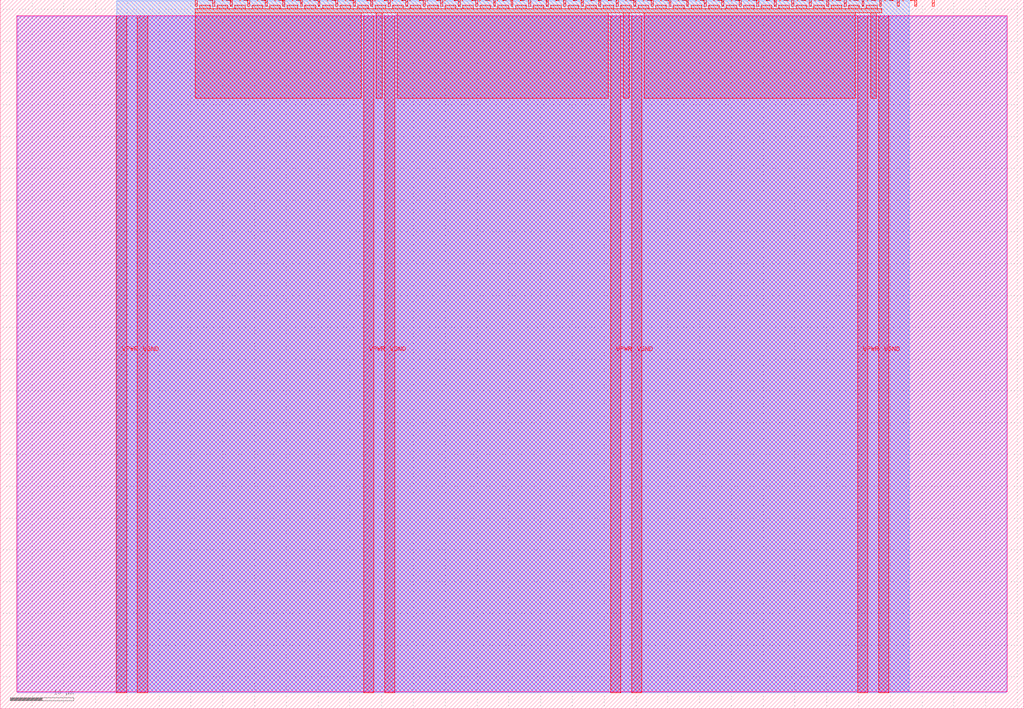
<source format=lef>
VERSION 5.7 ;
  NOWIREEXTENSIONATPIN ON ;
  DIVIDERCHAR "/" ;
  BUSBITCHARS "[]" ;
MACRO tt_um_wokwi_413917903548951553
  CLASS BLOCK ;
  FOREIGN tt_um_wokwi_413917903548951553 ;
  ORIGIN 0.000 0.000 ;
  SIZE 161.000 BY 111.520 ;
  PIN VGND
    DIRECTION INOUT ;
    USE GROUND ;
    PORT
      LAYER met4 ;
        RECT 21.580 2.480 23.180 109.040 ;
    END
    PORT
      LAYER met4 ;
        RECT 60.450 2.480 62.050 109.040 ;
    END
    PORT
      LAYER met4 ;
        RECT 99.320 2.480 100.920 109.040 ;
    END
    PORT
      LAYER met4 ;
        RECT 138.190 2.480 139.790 109.040 ;
    END
  END VGND
  PIN VPWR
    DIRECTION INOUT ;
    USE POWER ;
    PORT
      LAYER met4 ;
        RECT 18.280 2.480 19.880 109.040 ;
    END
    PORT
      LAYER met4 ;
        RECT 57.150 2.480 58.750 109.040 ;
    END
    PORT
      LAYER met4 ;
        RECT 96.020 2.480 97.620 109.040 ;
    END
    PORT
      LAYER met4 ;
        RECT 134.890 2.480 136.490 109.040 ;
    END
  END VPWR
  PIN clk
    DIRECTION INPUT ;
    USE SIGNAL ;
    PORT
      LAYER met4 ;
        RECT 143.830 110.520 144.130 111.520 ;
    END
  END clk
  PIN ena
    DIRECTION INPUT ;
    USE SIGNAL ;
    PORT
      LAYER met4 ;
        RECT 146.590 110.520 146.890 111.520 ;
    END
  END ena
  PIN rst_n
    DIRECTION INPUT ;
    USE SIGNAL ;
    PORT
      LAYER met4 ;
        RECT 141.070 110.520 141.370 111.520 ;
    END
  END rst_n
  PIN ui_in[0]
    DIRECTION INPUT ;
    USE SIGNAL ;
    ANTENNAGATEAREA 0.196500 ;
    PORT
      LAYER met4 ;
        RECT 138.310 110.520 138.610 111.520 ;
    END
  END ui_in[0]
  PIN ui_in[1]
    DIRECTION INPUT ;
    USE SIGNAL ;
    ANTENNAGATEAREA 0.196500 ;
    PORT
      LAYER met4 ;
        RECT 135.550 110.520 135.850 111.520 ;
    END
  END ui_in[1]
  PIN ui_in[2]
    DIRECTION INPUT ;
    USE SIGNAL ;
    ANTENNAGATEAREA 0.196500 ;
    PORT
      LAYER met4 ;
        RECT 132.790 110.520 133.090 111.520 ;
    END
  END ui_in[2]
  PIN ui_in[3]
    DIRECTION INPUT ;
    USE SIGNAL ;
    PORT
      LAYER met4 ;
        RECT 130.030 110.520 130.330 111.520 ;
    END
  END ui_in[3]
  PIN ui_in[4]
    DIRECTION INPUT ;
    USE SIGNAL ;
    PORT
      LAYER met4 ;
        RECT 127.270 110.520 127.570 111.520 ;
    END
  END ui_in[4]
  PIN ui_in[5]
    DIRECTION INPUT ;
    USE SIGNAL ;
    PORT
      LAYER met4 ;
        RECT 124.510 110.520 124.810 111.520 ;
    END
  END ui_in[5]
  PIN ui_in[6]
    DIRECTION INPUT ;
    USE SIGNAL ;
    PORT
      LAYER met4 ;
        RECT 121.750 110.520 122.050 111.520 ;
    END
  END ui_in[6]
  PIN ui_in[7]
    DIRECTION INPUT ;
    USE SIGNAL ;
    PORT
      LAYER met4 ;
        RECT 118.990 110.520 119.290 111.520 ;
    END
  END ui_in[7]
  PIN uio_in[0]
    DIRECTION INPUT ;
    USE SIGNAL ;
    PORT
      LAYER met4 ;
        RECT 116.230 110.520 116.530 111.520 ;
    END
  END uio_in[0]
  PIN uio_in[1]
    DIRECTION INPUT ;
    USE SIGNAL ;
    PORT
      LAYER met4 ;
        RECT 113.470 110.520 113.770 111.520 ;
    END
  END uio_in[1]
  PIN uio_in[2]
    DIRECTION INPUT ;
    USE SIGNAL ;
    PORT
      LAYER met4 ;
        RECT 110.710 110.520 111.010 111.520 ;
    END
  END uio_in[2]
  PIN uio_in[3]
    DIRECTION INPUT ;
    USE SIGNAL ;
    PORT
      LAYER met4 ;
        RECT 107.950 110.520 108.250 111.520 ;
    END
  END uio_in[3]
  PIN uio_in[4]
    DIRECTION INPUT ;
    USE SIGNAL ;
    PORT
      LAYER met4 ;
        RECT 105.190 110.520 105.490 111.520 ;
    END
  END uio_in[4]
  PIN uio_in[5]
    DIRECTION INPUT ;
    USE SIGNAL ;
    PORT
      LAYER met4 ;
        RECT 102.430 110.520 102.730 111.520 ;
    END
  END uio_in[5]
  PIN uio_in[6]
    DIRECTION INPUT ;
    USE SIGNAL ;
    PORT
      LAYER met4 ;
        RECT 99.670 110.520 99.970 111.520 ;
    END
  END uio_in[6]
  PIN uio_in[7]
    DIRECTION INPUT ;
    USE SIGNAL ;
    PORT
      LAYER met4 ;
        RECT 96.910 110.520 97.210 111.520 ;
    END
  END uio_in[7]
  PIN uio_oe[0]
    DIRECTION OUTPUT ;
    USE SIGNAL ;
    PORT
      LAYER met4 ;
        RECT 49.990 110.520 50.290 111.520 ;
    END
  END uio_oe[0]
  PIN uio_oe[1]
    DIRECTION OUTPUT ;
    USE SIGNAL ;
    PORT
      LAYER met4 ;
        RECT 47.230 110.520 47.530 111.520 ;
    END
  END uio_oe[1]
  PIN uio_oe[2]
    DIRECTION OUTPUT ;
    USE SIGNAL ;
    PORT
      LAYER met4 ;
        RECT 44.470 110.520 44.770 111.520 ;
    END
  END uio_oe[2]
  PIN uio_oe[3]
    DIRECTION OUTPUT ;
    USE SIGNAL ;
    PORT
      LAYER met4 ;
        RECT 41.710 110.520 42.010 111.520 ;
    END
  END uio_oe[3]
  PIN uio_oe[4]
    DIRECTION OUTPUT ;
    USE SIGNAL ;
    PORT
      LAYER met4 ;
        RECT 38.950 110.520 39.250 111.520 ;
    END
  END uio_oe[4]
  PIN uio_oe[5]
    DIRECTION OUTPUT ;
    USE SIGNAL ;
    PORT
      LAYER met4 ;
        RECT 36.190 110.520 36.490 111.520 ;
    END
  END uio_oe[5]
  PIN uio_oe[6]
    DIRECTION OUTPUT ;
    USE SIGNAL ;
    PORT
      LAYER met4 ;
        RECT 33.430 110.520 33.730 111.520 ;
    END
  END uio_oe[6]
  PIN uio_oe[7]
    DIRECTION OUTPUT ;
    USE SIGNAL ;
    PORT
      LAYER met4 ;
        RECT 30.670 110.520 30.970 111.520 ;
    END
  END uio_oe[7]
  PIN uio_out[0]
    DIRECTION OUTPUT ;
    USE SIGNAL ;
    PORT
      LAYER met4 ;
        RECT 72.070 110.520 72.370 111.520 ;
    END
  END uio_out[0]
  PIN uio_out[1]
    DIRECTION OUTPUT ;
    USE SIGNAL ;
    PORT
      LAYER met4 ;
        RECT 69.310 110.520 69.610 111.520 ;
    END
  END uio_out[1]
  PIN uio_out[2]
    DIRECTION OUTPUT ;
    USE SIGNAL ;
    PORT
      LAYER met4 ;
        RECT 66.550 110.520 66.850 111.520 ;
    END
  END uio_out[2]
  PIN uio_out[3]
    DIRECTION OUTPUT ;
    USE SIGNAL ;
    PORT
      LAYER met4 ;
        RECT 63.790 110.520 64.090 111.520 ;
    END
  END uio_out[3]
  PIN uio_out[4]
    DIRECTION OUTPUT ;
    USE SIGNAL ;
    PORT
      LAYER met4 ;
        RECT 61.030 110.520 61.330 111.520 ;
    END
  END uio_out[4]
  PIN uio_out[5]
    DIRECTION OUTPUT ;
    USE SIGNAL ;
    PORT
      LAYER met4 ;
        RECT 58.270 110.520 58.570 111.520 ;
    END
  END uio_out[5]
  PIN uio_out[6]
    DIRECTION OUTPUT ;
    USE SIGNAL ;
    PORT
      LAYER met4 ;
        RECT 55.510 110.520 55.810 111.520 ;
    END
  END uio_out[6]
  PIN uio_out[7]
    DIRECTION OUTPUT ;
    USE SIGNAL ;
    PORT
      LAYER met4 ;
        RECT 52.750 110.520 53.050 111.520 ;
    END
  END uio_out[7]
  PIN uo_out[0]
    DIRECTION OUTPUT ;
    USE SIGNAL ;
    ANTENNADIFFAREA 0.795200 ;
    PORT
      LAYER met4 ;
        RECT 94.150 110.520 94.450 111.520 ;
    END
  END uo_out[0]
  PIN uo_out[1]
    DIRECTION OUTPUT ;
    USE SIGNAL ;
    ANTENNADIFFAREA 0.795200 ;
    PORT
      LAYER met4 ;
        RECT 91.390 110.520 91.690 111.520 ;
    END
  END uo_out[1]
  PIN uo_out[2]
    DIRECTION OUTPUT ;
    USE SIGNAL ;
    PORT
      LAYER met4 ;
        RECT 88.630 110.520 88.930 111.520 ;
    END
  END uo_out[2]
  PIN uo_out[3]
    DIRECTION OUTPUT ;
    USE SIGNAL ;
    PORT
      LAYER met4 ;
        RECT 85.870 110.520 86.170 111.520 ;
    END
  END uo_out[3]
  PIN uo_out[4]
    DIRECTION OUTPUT ;
    USE SIGNAL ;
    PORT
      LAYER met4 ;
        RECT 83.110 110.520 83.410 111.520 ;
    END
  END uo_out[4]
  PIN uo_out[5]
    DIRECTION OUTPUT ;
    USE SIGNAL ;
    PORT
      LAYER met4 ;
        RECT 80.350 110.520 80.650 111.520 ;
    END
  END uo_out[5]
  PIN uo_out[6]
    DIRECTION OUTPUT ;
    USE SIGNAL ;
    PORT
      LAYER met4 ;
        RECT 77.590 110.520 77.890 111.520 ;
    END
  END uo_out[6]
  PIN uo_out[7]
    DIRECTION OUTPUT ;
    USE SIGNAL ;
    PORT
      LAYER met4 ;
        RECT 74.830 110.520 75.130 111.520 ;
    END
  END uo_out[7]
  OBS
      LAYER nwell ;
        RECT 2.570 2.635 158.430 108.990 ;
      LAYER li1 ;
        RECT 2.760 2.635 158.240 108.885 ;
      LAYER met1 ;
        RECT 2.760 2.480 158.240 109.040 ;
      LAYER met2 ;
        RECT 18.310 2.535 142.970 111.365 ;
      LAYER met3 ;
        RECT 18.290 2.555 142.995 111.345 ;
      LAYER met4 ;
        RECT 31.370 110.120 33.030 110.665 ;
        RECT 34.130 110.120 35.790 110.665 ;
        RECT 36.890 110.120 38.550 110.665 ;
        RECT 39.650 110.120 41.310 110.665 ;
        RECT 42.410 110.120 44.070 110.665 ;
        RECT 45.170 110.120 46.830 110.665 ;
        RECT 47.930 110.120 49.590 110.665 ;
        RECT 50.690 110.120 52.350 110.665 ;
        RECT 53.450 110.120 55.110 110.665 ;
        RECT 56.210 110.120 57.870 110.665 ;
        RECT 58.970 110.120 60.630 110.665 ;
        RECT 61.730 110.120 63.390 110.665 ;
        RECT 64.490 110.120 66.150 110.665 ;
        RECT 67.250 110.120 68.910 110.665 ;
        RECT 70.010 110.120 71.670 110.665 ;
        RECT 72.770 110.120 74.430 110.665 ;
        RECT 75.530 110.120 77.190 110.665 ;
        RECT 78.290 110.120 79.950 110.665 ;
        RECT 81.050 110.120 82.710 110.665 ;
        RECT 83.810 110.120 85.470 110.665 ;
        RECT 86.570 110.120 88.230 110.665 ;
        RECT 89.330 110.120 90.990 110.665 ;
        RECT 92.090 110.120 93.750 110.665 ;
        RECT 94.850 110.120 96.510 110.665 ;
        RECT 97.610 110.120 99.270 110.665 ;
        RECT 100.370 110.120 102.030 110.665 ;
        RECT 103.130 110.120 104.790 110.665 ;
        RECT 105.890 110.120 107.550 110.665 ;
        RECT 108.650 110.120 110.310 110.665 ;
        RECT 111.410 110.120 113.070 110.665 ;
        RECT 114.170 110.120 115.830 110.665 ;
        RECT 116.930 110.120 118.590 110.665 ;
        RECT 119.690 110.120 121.350 110.665 ;
        RECT 122.450 110.120 124.110 110.665 ;
        RECT 125.210 110.120 126.870 110.665 ;
        RECT 127.970 110.120 129.630 110.665 ;
        RECT 130.730 110.120 132.390 110.665 ;
        RECT 133.490 110.120 135.150 110.665 ;
        RECT 136.250 110.120 137.910 110.665 ;
        RECT 30.655 109.440 138.625 110.120 ;
        RECT 30.655 96.055 56.750 109.440 ;
        RECT 59.150 96.055 60.050 109.440 ;
        RECT 62.450 96.055 95.620 109.440 ;
        RECT 98.020 96.055 98.920 109.440 ;
        RECT 101.320 96.055 134.490 109.440 ;
        RECT 136.890 96.055 137.790 109.440 ;
  END
END tt_um_wokwi_413917903548951553
END LIBRARY


</source>
